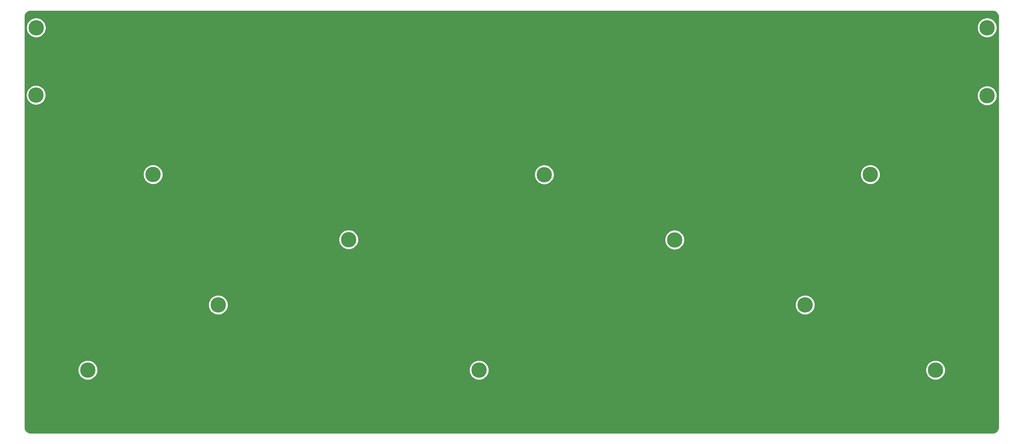
<source format=gbr>
G04 #@! TF.GenerationSoftware,KiCad,Pcbnew,(5.1.6)-1*
G04 #@! TF.CreationDate,2020-11-14T19:58:44+01:00*
G04 #@! TF.ProjectId,punk75_bottom_eotw,70756e6b-3735-45f6-926f-74746f6d5f65,rev?*
G04 #@! TF.SameCoordinates,Original*
G04 #@! TF.FileFunction,Copper,L1,Top*
G04 #@! TF.FilePolarity,Positive*
%FSLAX46Y46*%
G04 Gerber Fmt 4.6, Leading zero omitted, Abs format (unit mm)*
G04 Created by KiCad (PCBNEW (5.1.6)-1) date 2020-11-14 19:58:44*
%MOMM*%
%LPD*%
G01*
G04 APERTURE LIST*
G04 #@! TA.AperFunction,ComponentPad*
%ADD10C,4.500000*%
G04 #@! TD*
G04 #@! TA.AperFunction,NonConductor*
%ADD11C,0.254000*%
G04 #@! TD*
G04 APERTURE END LIST*
D10*
X269875000Y-173100000D03*
X174625000Y-173025000D03*
X307975000Y-192087500D03*
X136525000Y-192087500D03*
X361156250Y-130968750D03*
X361156250Y-111125000D03*
X83312000Y-130810000D03*
X83343750Y-111125000D03*
X231775000Y-154051000D03*
X327025000Y-154000000D03*
X346075000Y-211137500D03*
X212725000Y-211137500D03*
X98425000Y-211137500D03*
X117475000Y-154010000D03*
D11*
G36*
X363077460Y-106264636D02*
G01*
X363398460Y-106361551D01*
X363694525Y-106518971D01*
X363954373Y-106730899D01*
X364168108Y-106989260D01*
X364327588Y-107284214D01*
X364426744Y-107604532D01*
X364465000Y-107968512D01*
X364465001Y-227773961D01*
X364429114Y-228139960D01*
X364332198Y-228460962D01*
X364174779Y-228757025D01*
X363962851Y-229016873D01*
X363704492Y-229230606D01*
X363409536Y-229390088D01*
X363089219Y-229489243D01*
X362725229Y-229527500D01*
X81788529Y-229527500D01*
X81422540Y-229491614D01*
X81101538Y-229394698D01*
X80805475Y-229237279D01*
X80545627Y-229025351D01*
X80331894Y-228766992D01*
X80172412Y-228472036D01*
X80073257Y-228151719D01*
X80035000Y-227787729D01*
X80035000Y-210853352D01*
X95540000Y-210853352D01*
X95540000Y-211421648D01*
X95650869Y-211979023D01*
X95868346Y-212504060D01*
X96184074Y-212976580D01*
X96585920Y-213378426D01*
X97058440Y-213694154D01*
X97583477Y-213911631D01*
X98140852Y-214022500D01*
X98709148Y-214022500D01*
X99266523Y-213911631D01*
X99791560Y-213694154D01*
X100264080Y-213378426D01*
X100665926Y-212976580D01*
X100981654Y-212504060D01*
X101199131Y-211979023D01*
X101310000Y-211421648D01*
X101310000Y-210853352D01*
X209840000Y-210853352D01*
X209840000Y-211421648D01*
X209950869Y-211979023D01*
X210168346Y-212504060D01*
X210484074Y-212976580D01*
X210885920Y-213378426D01*
X211358440Y-213694154D01*
X211883477Y-213911631D01*
X212440852Y-214022500D01*
X213009148Y-214022500D01*
X213566523Y-213911631D01*
X214091560Y-213694154D01*
X214564080Y-213378426D01*
X214965926Y-212976580D01*
X215281654Y-212504060D01*
X215499131Y-211979023D01*
X215610000Y-211421648D01*
X215610000Y-210853352D01*
X343190000Y-210853352D01*
X343190000Y-211421648D01*
X343300869Y-211979023D01*
X343518346Y-212504060D01*
X343834074Y-212976580D01*
X344235920Y-213378426D01*
X344708440Y-213694154D01*
X345233477Y-213911631D01*
X345790852Y-214022500D01*
X346359148Y-214022500D01*
X346916523Y-213911631D01*
X347441560Y-213694154D01*
X347914080Y-213378426D01*
X348315926Y-212976580D01*
X348631654Y-212504060D01*
X348849131Y-211979023D01*
X348960000Y-211421648D01*
X348960000Y-210853352D01*
X348849131Y-210295977D01*
X348631654Y-209770940D01*
X348315926Y-209298420D01*
X347914080Y-208896574D01*
X347441560Y-208580846D01*
X346916523Y-208363369D01*
X346359148Y-208252500D01*
X345790852Y-208252500D01*
X345233477Y-208363369D01*
X344708440Y-208580846D01*
X344235920Y-208896574D01*
X343834074Y-209298420D01*
X343518346Y-209770940D01*
X343300869Y-210295977D01*
X343190000Y-210853352D01*
X215610000Y-210853352D01*
X215499131Y-210295977D01*
X215281654Y-209770940D01*
X214965926Y-209298420D01*
X214564080Y-208896574D01*
X214091560Y-208580846D01*
X213566523Y-208363369D01*
X213009148Y-208252500D01*
X212440852Y-208252500D01*
X211883477Y-208363369D01*
X211358440Y-208580846D01*
X210885920Y-208896574D01*
X210484074Y-209298420D01*
X210168346Y-209770940D01*
X209950869Y-210295977D01*
X209840000Y-210853352D01*
X101310000Y-210853352D01*
X101199131Y-210295977D01*
X100981654Y-209770940D01*
X100665926Y-209298420D01*
X100264080Y-208896574D01*
X99791560Y-208580846D01*
X99266523Y-208363369D01*
X98709148Y-208252500D01*
X98140852Y-208252500D01*
X97583477Y-208363369D01*
X97058440Y-208580846D01*
X96585920Y-208896574D01*
X96184074Y-209298420D01*
X95868346Y-209770940D01*
X95650869Y-210295977D01*
X95540000Y-210853352D01*
X80035000Y-210853352D01*
X80035000Y-191803352D01*
X133640000Y-191803352D01*
X133640000Y-192371648D01*
X133750869Y-192929023D01*
X133968346Y-193454060D01*
X134284074Y-193926580D01*
X134685920Y-194328426D01*
X135158440Y-194644154D01*
X135683477Y-194861631D01*
X136240852Y-194972500D01*
X136809148Y-194972500D01*
X137366523Y-194861631D01*
X137891560Y-194644154D01*
X138364080Y-194328426D01*
X138765926Y-193926580D01*
X139081654Y-193454060D01*
X139299131Y-192929023D01*
X139410000Y-192371648D01*
X139410000Y-191803352D01*
X305090000Y-191803352D01*
X305090000Y-192371648D01*
X305200869Y-192929023D01*
X305418346Y-193454060D01*
X305734074Y-193926580D01*
X306135920Y-194328426D01*
X306608440Y-194644154D01*
X307133477Y-194861631D01*
X307690852Y-194972500D01*
X308259148Y-194972500D01*
X308816523Y-194861631D01*
X309341560Y-194644154D01*
X309814080Y-194328426D01*
X310215926Y-193926580D01*
X310531654Y-193454060D01*
X310749131Y-192929023D01*
X310860000Y-192371648D01*
X310860000Y-191803352D01*
X310749131Y-191245977D01*
X310531654Y-190720940D01*
X310215926Y-190248420D01*
X309814080Y-189846574D01*
X309341560Y-189530846D01*
X308816523Y-189313369D01*
X308259148Y-189202500D01*
X307690852Y-189202500D01*
X307133477Y-189313369D01*
X306608440Y-189530846D01*
X306135920Y-189846574D01*
X305734074Y-190248420D01*
X305418346Y-190720940D01*
X305200869Y-191245977D01*
X305090000Y-191803352D01*
X139410000Y-191803352D01*
X139299131Y-191245977D01*
X139081654Y-190720940D01*
X138765926Y-190248420D01*
X138364080Y-189846574D01*
X137891560Y-189530846D01*
X137366523Y-189313369D01*
X136809148Y-189202500D01*
X136240852Y-189202500D01*
X135683477Y-189313369D01*
X135158440Y-189530846D01*
X134685920Y-189846574D01*
X134284074Y-190248420D01*
X133968346Y-190720940D01*
X133750869Y-191245977D01*
X133640000Y-191803352D01*
X80035000Y-191803352D01*
X80035000Y-172740852D01*
X171740000Y-172740852D01*
X171740000Y-173309148D01*
X171850869Y-173866523D01*
X172068346Y-174391560D01*
X172384074Y-174864080D01*
X172785920Y-175265926D01*
X173258440Y-175581654D01*
X173783477Y-175799131D01*
X174340852Y-175910000D01*
X174909148Y-175910000D01*
X175466523Y-175799131D01*
X175991560Y-175581654D01*
X176464080Y-175265926D01*
X176865926Y-174864080D01*
X177181654Y-174391560D01*
X177399131Y-173866523D01*
X177510000Y-173309148D01*
X177510000Y-172815852D01*
X266990000Y-172815852D01*
X266990000Y-173384148D01*
X267100869Y-173941523D01*
X267318346Y-174466560D01*
X267634074Y-174939080D01*
X268035920Y-175340926D01*
X268508440Y-175656654D01*
X269033477Y-175874131D01*
X269590852Y-175985000D01*
X270159148Y-175985000D01*
X270716523Y-175874131D01*
X271241560Y-175656654D01*
X271714080Y-175340926D01*
X272115926Y-174939080D01*
X272431654Y-174466560D01*
X272649131Y-173941523D01*
X272760000Y-173384148D01*
X272760000Y-172815852D01*
X272649131Y-172258477D01*
X272431654Y-171733440D01*
X272115926Y-171260920D01*
X271714080Y-170859074D01*
X271241560Y-170543346D01*
X270716523Y-170325869D01*
X270159148Y-170215000D01*
X269590852Y-170215000D01*
X269033477Y-170325869D01*
X268508440Y-170543346D01*
X268035920Y-170859074D01*
X267634074Y-171260920D01*
X267318346Y-171733440D01*
X267100869Y-172258477D01*
X266990000Y-172815852D01*
X177510000Y-172815852D01*
X177510000Y-172740852D01*
X177399131Y-172183477D01*
X177181654Y-171658440D01*
X176865926Y-171185920D01*
X176464080Y-170784074D01*
X175991560Y-170468346D01*
X175466523Y-170250869D01*
X174909148Y-170140000D01*
X174340852Y-170140000D01*
X173783477Y-170250869D01*
X173258440Y-170468346D01*
X172785920Y-170784074D01*
X172384074Y-171185920D01*
X172068346Y-171658440D01*
X171850869Y-172183477D01*
X171740000Y-172740852D01*
X80035000Y-172740852D01*
X80035000Y-153725852D01*
X114590000Y-153725852D01*
X114590000Y-154294148D01*
X114700869Y-154851523D01*
X114918346Y-155376560D01*
X115234074Y-155849080D01*
X115635920Y-156250926D01*
X116108440Y-156566654D01*
X116633477Y-156784131D01*
X117190852Y-156895000D01*
X117759148Y-156895000D01*
X118316523Y-156784131D01*
X118841560Y-156566654D01*
X119314080Y-156250926D01*
X119715926Y-155849080D01*
X120031654Y-155376560D01*
X120249131Y-154851523D01*
X120360000Y-154294148D01*
X120360000Y-153766852D01*
X228890000Y-153766852D01*
X228890000Y-154335148D01*
X229000869Y-154892523D01*
X229218346Y-155417560D01*
X229534074Y-155890080D01*
X229935920Y-156291926D01*
X230408440Y-156607654D01*
X230933477Y-156825131D01*
X231490852Y-156936000D01*
X232059148Y-156936000D01*
X232616523Y-156825131D01*
X233141560Y-156607654D01*
X233614080Y-156291926D01*
X234015926Y-155890080D01*
X234331654Y-155417560D01*
X234549131Y-154892523D01*
X234660000Y-154335148D01*
X234660000Y-153766852D01*
X234649856Y-153715852D01*
X324140000Y-153715852D01*
X324140000Y-154284148D01*
X324250869Y-154841523D01*
X324468346Y-155366560D01*
X324784074Y-155839080D01*
X325185920Y-156240926D01*
X325658440Y-156556654D01*
X326183477Y-156774131D01*
X326740852Y-156885000D01*
X327309148Y-156885000D01*
X327866523Y-156774131D01*
X328391560Y-156556654D01*
X328864080Y-156240926D01*
X329265926Y-155839080D01*
X329581654Y-155366560D01*
X329799131Y-154841523D01*
X329910000Y-154284148D01*
X329910000Y-153715852D01*
X329799131Y-153158477D01*
X329581654Y-152633440D01*
X329265926Y-152160920D01*
X328864080Y-151759074D01*
X328391560Y-151443346D01*
X327866523Y-151225869D01*
X327309148Y-151115000D01*
X326740852Y-151115000D01*
X326183477Y-151225869D01*
X325658440Y-151443346D01*
X325185920Y-151759074D01*
X324784074Y-152160920D01*
X324468346Y-152633440D01*
X324250869Y-153158477D01*
X324140000Y-153715852D01*
X234649856Y-153715852D01*
X234549131Y-153209477D01*
X234331654Y-152684440D01*
X234015926Y-152211920D01*
X233614080Y-151810074D01*
X233141560Y-151494346D01*
X232616523Y-151276869D01*
X232059148Y-151166000D01*
X231490852Y-151166000D01*
X230933477Y-151276869D01*
X230408440Y-151494346D01*
X229935920Y-151810074D01*
X229534074Y-152211920D01*
X229218346Y-152684440D01*
X229000869Y-153209477D01*
X228890000Y-153766852D01*
X120360000Y-153766852D01*
X120360000Y-153725852D01*
X120249131Y-153168477D01*
X120031654Y-152643440D01*
X119715926Y-152170920D01*
X119314080Y-151769074D01*
X118841560Y-151453346D01*
X118316523Y-151235869D01*
X117759148Y-151125000D01*
X117190852Y-151125000D01*
X116633477Y-151235869D01*
X116108440Y-151453346D01*
X115635920Y-151769074D01*
X115234074Y-152170920D01*
X114918346Y-152643440D01*
X114700869Y-153168477D01*
X114590000Y-153725852D01*
X80035000Y-153725852D01*
X80035000Y-130525852D01*
X80427000Y-130525852D01*
X80427000Y-131094148D01*
X80537869Y-131651523D01*
X80755346Y-132176560D01*
X81071074Y-132649080D01*
X81472920Y-133050926D01*
X81945440Y-133366654D01*
X82470477Y-133584131D01*
X83027852Y-133695000D01*
X83596148Y-133695000D01*
X84153523Y-133584131D01*
X84678560Y-133366654D01*
X85151080Y-133050926D01*
X85552926Y-132649080D01*
X85868654Y-132176560D01*
X86086131Y-131651523D01*
X86197000Y-131094148D01*
X86197000Y-130684602D01*
X358271250Y-130684602D01*
X358271250Y-131252898D01*
X358382119Y-131810273D01*
X358599596Y-132335310D01*
X358915324Y-132807830D01*
X359317170Y-133209676D01*
X359789690Y-133525404D01*
X360314727Y-133742881D01*
X360872102Y-133853750D01*
X361440398Y-133853750D01*
X361997773Y-133742881D01*
X362522810Y-133525404D01*
X362995330Y-133209676D01*
X363397176Y-132807830D01*
X363712904Y-132335310D01*
X363930381Y-131810273D01*
X364041250Y-131252898D01*
X364041250Y-130684602D01*
X363930381Y-130127227D01*
X363712904Y-129602190D01*
X363397176Y-129129670D01*
X362995330Y-128727824D01*
X362522810Y-128412096D01*
X361997773Y-128194619D01*
X361440398Y-128083750D01*
X360872102Y-128083750D01*
X360314727Y-128194619D01*
X359789690Y-128412096D01*
X359317170Y-128727824D01*
X358915324Y-129129670D01*
X358599596Y-129602190D01*
X358382119Y-130127227D01*
X358271250Y-130684602D01*
X86197000Y-130684602D01*
X86197000Y-130525852D01*
X86086131Y-129968477D01*
X85868654Y-129443440D01*
X85552926Y-128970920D01*
X85151080Y-128569074D01*
X84678560Y-128253346D01*
X84153523Y-128035869D01*
X83596148Y-127925000D01*
X83027852Y-127925000D01*
X82470477Y-128035869D01*
X81945440Y-128253346D01*
X81472920Y-128569074D01*
X81071074Y-128970920D01*
X80755346Y-129443440D01*
X80537869Y-129968477D01*
X80427000Y-130525852D01*
X80035000Y-130525852D01*
X80035000Y-110840852D01*
X80458750Y-110840852D01*
X80458750Y-111409148D01*
X80569619Y-111966523D01*
X80787096Y-112491560D01*
X81102824Y-112964080D01*
X81504670Y-113365926D01*
X81977190Y-113681654D01*
X82502227Y-113899131D01*
X83059602Y-114010000D01*
X83627898Y-114010000D01*
X84185273Y-113899131D01*
X84710310Y-113681654D01*
X85182830Y-113365926D01*
X85584676Y-112964080D01*
X85900404Y-112491560D01*
X86117881Y-111966523D01*
X86228750Y-111409148D01*
X86228750Y-110840852D01*
X358271250Y-110840852D01*
X358271250Y-111409148D01*
X358382119Y-111966523D01*
X358599596Y-112491560D01*
X358915324Y-112964080D01*
X359317170Y-113365926D01*
X359789690Y-113681654D01*
X360314727Y-113899131D01*
X360872102Y-114010000D01*
X361440398Y-114010000D01*
X361997773Y-113899131D01*
X362522810Y-113681654D01*
X362995330Y-113365926D01*
X363397176Y-112964080D01*
X363712904Y-112491560D01*
X363930381Y-111966523D01*
X364041250Y-111409148D01*
X364041250Y-110840852D01*
X363930381Y-110283477D01*
X363712904Y-109758440D01*
X363397176Y-109285920D01*
X362995330Y-108884074D01*
X362522810Y-108568346D01*
X361997773Y-108350869D01*
X361440398Y-108240000D01*
X360872102Y-108240000D01*
X360314727Y-108350869D01*
X359789690Y-108568346D01*
X359317170Y-108884074D01*
X358915324Y-109285920D01*
X358599596Y-109758440D01*
X358382119Y-110283477D01*
X358271250Y-110840852D01*
X86228750Y-110840852D01*
X86117881Y-110283477D01*
X85900404Y-109758440D01*
X85584676Y-109285920D01*
X85182830Y-108884074D01*
X84710310Y-108568346D01*
X84185273Y-108350869D01*
X83627898Y-108240000D01*
X83059602Y-108240000D01*
X82502227Y-108350869D01*
X81977190Y-108568346D01*
X81504670Y-108884074D01*
X81102824Y-109285920D01*
X80787096Y-109758440D01*
X80569619Y-110283477D01*
X80458750Y-110840852D01*
X80035000Y-110840852D01*
X80035000Y-107982279D01*
X80070886Y-107616290D01*
X80167801Y-107295290D01*
X80325221Y-106999225D01*
X80537149Y-106739377D01*
X80795510Y-106525642D01*
X81090464Y-106366162D01*
X81410782Y-106267006D01*
X81774762Y-106228750D01*
X362711471Y-106228750D01*
X363077460Y-106264636D01*
G37*
X363077460Y-106264636D02*
X363398460Y-106361551D01*
X363694525Y-106518971D01*
X363954373Y-106730899D01*
X364168108Y-106989260D01*
X364327588Y-107284214D01*
X364426744Y-107604532D01*
X364465000Y-107968512D01*
X364465001Y-227773961D01*
X364429114Y-228139960D01*
X364332198Y-228460962D01*
X364174779Y-228757025D01*
X363962851Y-229016873D01*
X363704492Y-229230606D01*
X363409536Y-229390088D01*
X363089219Y-229489243D01*
X362725229Y-229527500D01*
X81788529Y-229527500D01*
X81422540Y-229491614D01*
X81101538Y-229394698D01*
X80805475Y-229237279D01*
X80545627Y-229025351D01*
X80331894Y-228766992D01*
X80172412Y-228472036D01*
X80073257Y-228151719D01*
X80035000Y-227787729D01*
X80035000Y-210853352D01*
X95540000Y-210853352D01*
X95540000Y-211421648D01*
X95650869Y-211979023D01*
X95868346Y-212504060D01*
X96184074Y-212976580D01*
X96585920Y-213378426D01*
X97058440Y-213694154D01*
X97583477Y-213911631D01*
X98140852Y-214022500D01*
X98709148Y-214022500D01*
X99266523Y-213911631D01*
X99791560Y-213694154D01*
X100264080Y-213378426D01*
X100665926Y-212976580D01*
X100981654Y-212504060D01*
X101199131Y-211979023D01*
X101310000Y-211421648D01*
X101310000Y-210853352D01*
X209840000Y-210853352D01*
X209840000Y-211421648D01*
X209950869Y-211979023D01*
X210168346Y-212504060D01*
X210484074Y-212976580D01*
X210885920Y-213378426D01*
X211358440Y-213694154D01*
X211883477Y-213911631D01*
X212440852Y-214022500D01*
X213009148Y-214022500D01*
X213566523Y-213911631D01*
X214091560Y-213694154D01*
X214564080Y-213378426D01*
X214965926Y-212976580D01*
X215281654Y-212504060D01*
X215499131Y-211979023D01*
X215610000Y-211421648D01*
X215610000Y-210853352D01*
X343190000Y-210853352D01*
X343190000Y-211421648D01*
X343300869Y-211979023D01*
X343518346Y-212504060D01*
X343834074Y-212976580D01*
X344235920Y-213378426D01*
X344708440Y-213694154D01*
X345233477Y-213911631D01*
X345790852Y-214022500D01*
X346359148Y-214022500D01*
X346916523Y-213911631D01*
X347441560Y-213694154D01*
X347914080Y-213378426D01*
X348315926Y-212976580D01*
X348631654Y-212504060D01*
X348849131Y-211979023D01*
X348960000Y-211421648D01*
X348960000Y-210853352D01*
X348849131Y-210295977D01*
X348631654Y-209770940D01*
X348315926Y-209298420D01*
X347914080Y-208896574D01*
X347441560Y-208580846D01*
X346916523Y-208363369D01*
X346359148Y-208252500D01*
X345790852Y-208252500D01*
X345233477Y-208363369D01*
X344708440Y-208580846D01*
X344235920Y-208896574D01*
X343834074Y-209298420D01*
X343518346Y-209770940D01*
X343300869Y-210295977D01*
X343190000Y-210853352D01*
X215610000Y-210853352D01*
X215499131Y-210295977D01*
X215281654Y-209770940D01*
X214965926Y-209298420D01*
X214564080Y-208896574D01*
X214091560Y-208580846D01*
X213566523Y-208363369D01*
X213009148Y-208252500D01*
X212440852Y-208252500D01*
X211883477Y-208363369D01*
X211358440Y-208580846D01*
X210885920Y-208896574D01*
X210484074Y-209298420D01*
X210168346Y-209770940D01*
X209950869Y-210295977D01*
X209840000Y-210853352D01*
X101310000Y-210853352D01*
X101199131Y-210295977D01*
X100981654Y-209770940D01*
X100665926Y-209298420D01*
X100264080Y-208896574D01*
X99791560Y-208580846D01*
X99266523Y-208363369D01*
X98709148Y-208252500D01*
X98140852Y-208252500D01*
X97583477Y-208363369D01*
X97058440Y-208580846D01*
X96585920Y-208896574D01*
X96184074Y-209298420D01*
X95868346Y-209770940D01*
X95650869Y-210295977D01*
X95540000Y-210853352D01*
X80035000Y-210853352D01*
X80035000Y-191803352D01*
X133640000Y-191803352D01*
X133640000Y-192371648D01*
X133750869Y-192929023D01*
X133968346Y-193454060D01*
X134284074Y-193926580D01*
X134685920Y-194328426D01*
X135158440Y-194644154D01*
X135683477Y-194861631D01*
X136240852Y-194972500D01*
X136809148Y-194972500D01*
X137366523Y-194861631D01*
X137891560Y-194644154D01*
X138364080Y-194328426D01*
X138765926Y-193926580D01*
X139081654Y-193454060D01*
X139299131Y-192929023D01*
X139410000Y-192371648D01*
X139410000Y-191803352D01*
X305090000Y-191803352D01*
X305090000Y-192371648D01*
X305200869Y-192929023D01*
X305418346Y-193454060D01*
X305734074Y-193926580D01*
X306135920Y-194328426D01*
X306608440Y-194644154D01*
X307133477Y-194861631D01*
X307690852Y-194972500D01*
X308259148Y-194972500D01*
X308816523Y-194861631D01*
X309341560Y-194644154D01*
X309814080Y-194328426D01*
X310215926Y-193926580D01*
X310531654Y-193454060D01*
X310749131Y-192929023D01*
X310860000Y-192371648D01*
X310860000Y-191803352D01*
X310749131Y-191245977D01*
X310531654Y-190720940D01*
X310215926Y-190248420D01*
X309814080Y-189846574D01*
X309341560Y-189530846D01*
X308816523Y-189313369D01*
X308259148Y-189202500D01*
X307690852Y-189202500D01*
X307133477Y-189313369D01*
X306608440Y-189530846D01*
X306135920Y-189846574D01*
X305734074Y-190248420D01*
X305418346Y-190720940D01*
X305200869Y-191245977D01*
X305090000Y-191803352D01*
X139410000Y-191803352D01*
X139299131Y-191245977D01*
X139081654Y-190720940D01*
X138765926Y-190248420D01*
X138364080Y-189846574D01*
X137891560Y-189530846D01*
X137366523Y-189313369D01*
X136809148Y-189202500D01*
X136240852Y-189202500D01*
X135683477Y-189313369D01*
X135158440Y-189530846D01*
X134685920Y-189846574D01*
X134284074Y-190248420D01*
X133968346Y-190720940D01*
X133750869Y-191245977D01*
X133640000Y-191803352D01*
X80035000Y-191803352D01*
X80035000Y-172740852D01*
X171740000Y-172740852D01*
X171740000Y-173309148D01*
X171850869Y-173866523D01*
X172068346Y-174391560D01*
X172384074Y-174864080D01*
X172785920Y-175265926D01*
X173258440Y-175581654D01*
X173783477Y-175799131D01*
X174340852Y-175910000D01*
X174909148Y-175910000D01*
X175466523Y-175799131D01*
X175991560Y-175581654D01*
X176464080Y-175265926D01*
X176865926Y-174864080D01*
X177181654Y-174391560D01*
X177399131Y-173866523D01*
X177510000Y-173309148D01*
X177510000Y-172815852D01*
X266990000Y-172815852D01*
X266990000Y-173384148D01*
X267100869Y-173941523D01*
X267318346Y-174466560D01*
X267634074Y-174939080D01*
X268035920Y-175340926D01*
X268508440Y-175656654D01*
X269033477Y-175874131D01*
X269590852Y-175985000D01*
X270159148Y-175985000D01*
X270716523Y-175874131D01*
X271241560Y-175656654D01*
X271714080Y-175340926D01*
X272115926Y-174939080D01*
X272431654Y-174466560D01*
X272649131Y-173941523D01*
X272760000Y-173384148D01*
X272760000Y-172815852D01*
X272649131Y-172258477D01*
X272431654Y-171733440D01*
X272115926Y-171260920D01*
X271714080Y-170859074D01*
X271241560Y-170543346D01*
X270716523Y-170325869D01*
X270159148Y-170215000D01*
X269590852Y-170215000D01*
X269033477Y-170325869D01*
X268508440Y-170543346D01*
X268035920Y-170859074D01*
X267634074Y-171260920D01*
X267318346Y-171733440D01*
X267100869Y-172258477D01*
X266990000Y-172815852D01*
X177510000Y-172815852D01*
X177510000Y-172740852D01*
X177399131Y-172183477D01*
X177181654Y-171658440D01*
X176865926Y-171185920D01*
X176464080Y-170784074D01*
X175991560Y-170468346D01*
X175466523Y-170250869D01*
X174909148Y-170140000D01*
X174340852Y-170140000D01*
X173783477Y-170250869D01*
X173258440Y-170468346D01*
X172785920Y-170784074D01*
X172384074Y-171185920D01*
X172068346Y-171658440D01*
X171850869Y-172183477D01*
X171740000Y-172740852D01*
X80035000Y-172740852D01*
X80035000Y-153725852D01*
X114590000Y-153725852D01*
X114590000Y-154294148D01*
X114700869Y-154851523D01*
X114918346Y-155376560D01*
X115234074Y-155849080D01*
X115635920Y-156250926D01*
X116108440Y-156566654D01*
X116633477Y-156784131D01*
X117190852Y-156895000D01*
X117759148Y-156895000D01*
X118316523Y-156784131D01*
X118841560Y-156566654D01*
X119314080Y-156250926D01*
X119715926Y-155849080D01*
X120031654Y-155376560D01*
X120249131Y-154851523D01*
X120360000Y-154294148D01*
X120360000Y-153766852D01*
X228890000Y-153766852D01*
X228890000Y-154335148D01*
X229000869Y-154892523D01*
X229218346Y-155417560D01*
X229534074Y-155890080D01*
X229935920Y-156291926D01*
X230408440Y-156607654D01*
X230933477Y-156825131D01*
X231490852Y-156936000D01*
X232059148Y-156936000D01*
X232616523Y-156825131D01*
X233141560Y-156607654D01*
X233614080Y-156291926D01*
X234015926Y-155890080D01*
X234331654Y-155417560D01*
X234549131Y-154892523D01*
X234660000Y-154335148D01*
X234660000Y-153766852D01*
X234649856Y-153715852D01*
X324140000Y-153715852D01*
X324140000Y-154284148D01*
X324250869Y-154841523D01*
X324468346Y-155366560D01*
X324784074Y-155839080D01*
X325185920Y-156240926D01*
X325658440Y-156556654D01*
X326183477Y-156774131D01*
X326740852Y-156885000D01*
X327309148Y-156885000D01*
X327866523Y-156774131D01*
X328391560Y-156556654D01*
X328864080Y-156240926D01*
X329265926Y-155839080D01*
X329581654Y-155366560D01*
X329799131Y-154841523D01*
X329910000Y-154284148D01*
X329910000Y-153715852D01*
X329799131Y-153158477D01*
X329581654Y-152633440D01*
X329265926Y-152160920D01*
X328864080Y-151759074D01*
X328391560Y-151443346D01*
X327866523Y-151225869D01*
X327309148Y-151115000D01*
X326740852Y-151115000D01*
X326183477Y-151225869D01*
X325658440Y-151443346D01*
X325185920Y-151759074D01*
X324784074Y-152160920D01*
X324468346Y-152633440D01*
X324250869Y-153158477D01*
X324140000Y-153715852D01*
X234649856Y-153715852D01*
X234549131Y-153209477D01*
X234331654Y-152684440D01*
X234015926Y-152211920D01*
X233614080Y-151810074D01*
X233141560Y-151494346D01*
X232616523Y-151276869D01*
X232059148Y-151166000D01*
X231490852Y-151166000D01*
X230933477Y-151276869D01*
X230408440Y-151494346D01*
X229935920Y-151810074D01*
X229534074Y-152211920D01*
X229218346Y-152684440D01*
X229000869Y-153209477D01*
X228890000Y-153766852D01*
X120360000Y-153766852D01*
X120360000Y-153725852D01*
X120249131Y-153168477D01*
X120031654Y-152643440D01*
X119715926Y-152170920D01*
X119314080Y-151769074D01*
X118841560Y-151453346D01*
X118316523Y-151235869D01*
X117759148Y-151125000D01*
X117190852Y-151125000D01*
X116633477Y-151235869D01*
X116108440Y-151453346D01*
X115635920Y-151769074D01*
X115234074Y-152170920D01*
X114918346Y-152643440D01*
X114700869Y-153168477D01*
X114590000Y-153725852D01*
X80035000Y-153725852D01*
X80035000Y-130525852D01*
X80427000Y-130525852D01*
X80427000Y-131094148D01*
X80537869Y-131651523D01*
X80755346Y-132176560D01*
X81071074Y-132649080D01*
X81472920Y-133050926D01*
X81945440Y-133366654D01*
X82470477Y-133584131D01*
X83027852Y-133695000D01*
X83596148Y-133695000D01*
X84153523Y-133584131D01*
X84678560Y-133366654D01*
X85151080Y-133050926D01*
X85552926Y-132649080D01*
X85868654Y-132176560D01*
X86086131Y-131651523D01*
X86197000Y-131094148D01*
X86197000Y-130684602D01*
X358271250Y-130684602D01*
X358271250Y-131252898D01*
X358382119Y-131810273D01*
X358599596Y-132335310D01*
X358915324Y-132807830D01*
X359317170Y-133209676D01*
X359789690Y-133525404D01*
X360314727Y-133742881D01*
X360872102Y-133853750D01*
X361440398Y-133853750D01*
X361997773Y-133742881D01*
X362522810Y-133525404D01*
X362995330Y-133209676D01*
X363397176Y-132807830D01*
X363712904Y-132335310D01*
X363930381Y-131810273D01*
X364041250Y-131252898D01*
X364041250Y-130684602D01*
X363930381Y-130127227D01*
X363712904Y-129602190D01*
X363397176Y-129129670D01*
X362995330Y-128727824D01*
X362522810Y-128412096D01*
X361997773Y-128194619D01*
X361440398Y-128083750D01*
X360872102Y-128083750D01*
X360314727Y-128194619D01*
X359789690Y-128412096D01*
X359317170Y-128727824D01*
X358915324Y-129129670D01*
X358599596Y-129602190D01*
X358382119Y-130127227D01*
X358271250Y-130684602D01*
X86197000Y-130684602D01*
X86197000Y-130525852D01*
X86086131Y-129968477D01*
X85868654Y-129443440D01*
X85552926Y-128970920D01*
X85151080Y-128569074D01*
X84678560Y-128253346D01*
X84153523Y-128035869D01*
X83596148Y-127925000D01*
X83027852Y-127925000D01*
X82470477Y-128035869D01*
X81945440Y-128253346D01*
X81472920Y-128569074D01*
X81071074Y-128970920D01*
X80755346Y-129443440D01*
X80537869Y-129968477D01*
X80427000Y-130525852D01*
X80035000Y-130525852D01*
X80035000Y-110840852D01*
X80458750Y-110840852D01*
X80458750Y-111409148D01*
X80569619Y-111966523D01*
X80787096Y-112491560D01*
X81102824Y-112964080D01*
X81504670Y-113365926D01*
X81977190Y-113681654D01*
X82502227Y-113899131D01*
X83059602Y-114010000D01*
X83627898Y-114010000D01*
X84185273Y-113899131D01*
X84710310Y-113681654D01*
X85182830Y-113365926D01*
X85584676Y-112964080D01*
X85900404Y-112491560D01*
X86117881Y-111966523D01*
X86228750Y-111409148D01*
X86228750Y-110840852D01*
X358271250Y-110840852D01*
X358271250Y-111409148D01*
X358382119Y-111966523D01*
X358599596Y-112491560D01*
X358915324Y-112964080D01*
X359317170Y-113365926D01*
X359789690Y-113681654D01*
X360314727Y-113899131D01*
X360872102Y-114010000D01*
X361440398Y-114010000D01*
X361997773Y-113899131D01*
X362522810Y-113681654D01*
X362995330Y-113365926D01*
X363397176Y-112964080D01*
X363712904Y-112491560D01*
X363930381Y-111966523D01*
X364041250Y-111409148D01*
X364041250Y-110840852D01*
X363930381Y-110283477D01*
X363712904Y-109758440D01*
X363397176Y-109285920D01*
X362995330Y-108884074D01*
X362522810Y-108568346D01*
X361997773Y-108350869D01*
X361440398Y-108240000D01*
X360872102Y-108240000D01*
X360314727Y-108350869D01*
X359789690Y-108568346D01*
X359317170Y-108884074D01*
X358915324Y-109285920D01*
X358599596Y-109758440D01*
X358382119Y-110283477D01*
X358271250Y-110840852D01*
X86228750Y-110840852D01*
X86117881Y-110283477D01*
X85900404Y-109758440D01*
X85584676Y-109285920D01*
X85182830Y-108884074D01*
X84710310Y-108568346D01*
X84185273Y-108350869D01*
X83627898Y-108240000D01*
X83059602Y-108240000D01*
X82502227Y-108350869D01*
X81977190Y-108568346D01*
X81504670Y-108884074D01*
X81102824Y-109285920D01*
X80787096Y-109758440D01*
X80569619Y-110283477D01*
X80458750Y-110840852D01*
X80035000Y-110840852D01*
X80035000Y-107982279D01*
X80070886Y-107616290D01*
X80167801Y-107295290D01*
X80325221Y-106999225D01*
X80537149Y-106739377D01*
X80795510Y-106525642D01*
X81090464Y-106366162D01*
X81410782Y-106267006D01*
X81774762Y-106228750D01*
X362711471Y-106228750D01*
X363077460Y-106264636D01*
M02*

</source>
